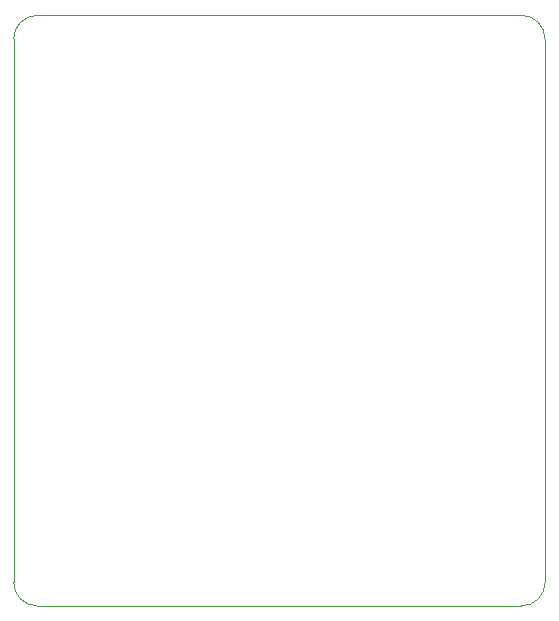
<source format=gbr>
G04 #@! TF.GenerationSoftware,KiCad,Pcbnew,(5.1.5)-3*
G04 #@! TF.CreationDate,2020-03-18T19:06:41-04:00*
G04 #@! TF.ProjectId,SRAM CY62128EV30LL-45ZXI,5352414d-2043-4593-9632-313238455633,rev?*
G04 #@! TF.SameCoordinates,Original*
G04 #@! TF.FileFunction,Profile,NP*
%FSLAX46Y46*%
G04 Gerber Fmt 4.6, Leading zero omitted, Abs format (unit mm)*
G04 Created by KiCad (PCBNEW (5.1.5)-3) date 2020-03-18 19:06:41*
%MOMM*%
%LPD*%
G04 APERTURE LIST*
%ADD10C,0.050000*%
G04 APERTURE END LIST*
D10*
X90000000Y-42000000D02*
G75*
G02X92000000Y-40000000I2000000J0D01*
G01*
X133000000Y-40000000D02*
G75*
G02X135000000Y-42000000I0J-2000000D01*
G01*
X135000000Y-88000000D02*
G75*
G02X133000000Y-90000000I-2000000J0D01*
G01*
X92000000Y-90000000D02*
G75*
G02X90000000Y-88000000I0J2000000D01*
G01*
X90000000Y-88000000D02*
X90000000Y-42000000D01*
X133000000Y-90000000D02*
X92000000Y-90000000D01*
X135000000Y-42000000D02*
X135000000Y-88000000D01*
X92000000Y-40000000D02*
X133000000Y-40000000D01*
M02*

</source>
